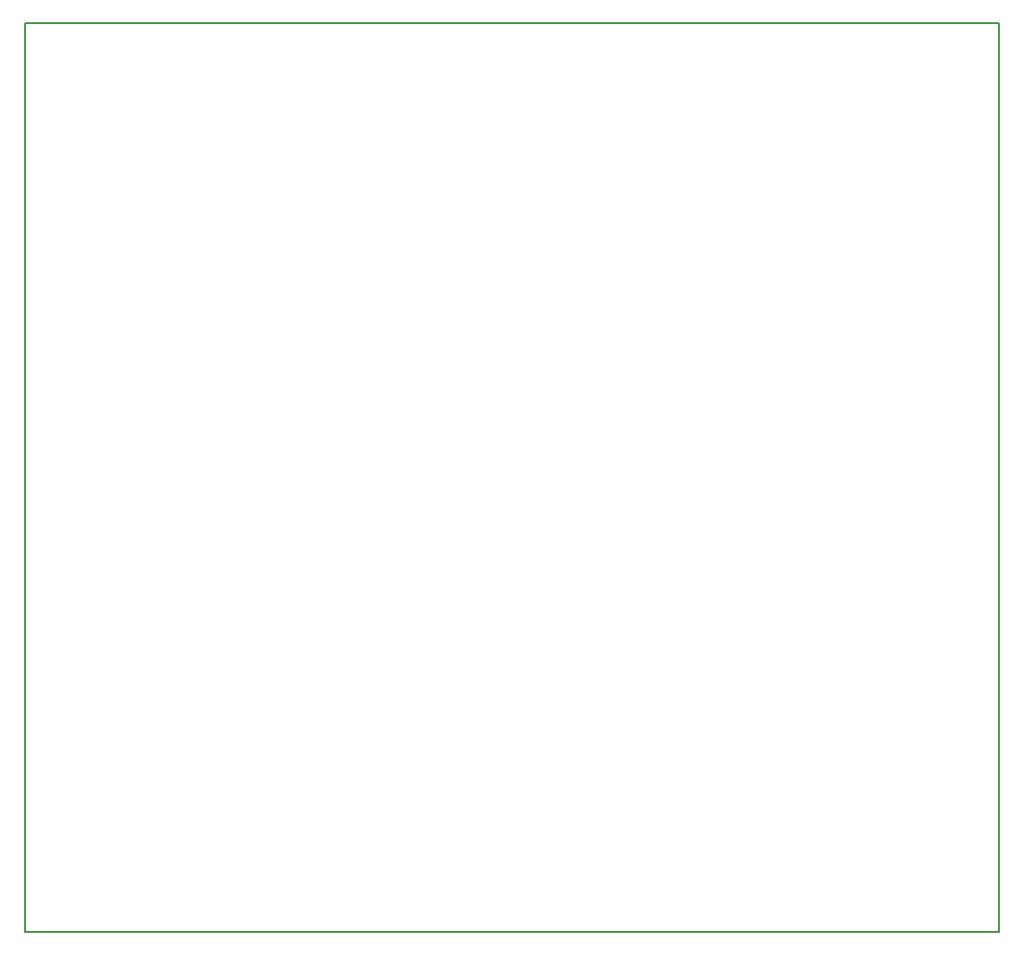
<source format=gm1>
%TF.GenerationSoftware,KiCad,Pcbnew,0.201506262353+5832~23~ubuntu14.04.1-product*%
%TF.CreationDate,2015-07-01T01:08:02-03:00*%
%TF.JobID,BoardRZA1,426F617264525A41312E6B696361645F,rev?*%
%TF.FileFunction,Profile,NP*%
%FSLAX46Y46*%
G04 Gerber Fmt 4.6, Leading zero omitted, Abs format (unit mm)*
G04 Created by KiCad (PCBNEW 0.201506262353+5832~23~ubuntu14.04.1-product) date mié 01 jul 2015 01:08:02 ART*
%MOMM*%
G01*
G04 APERTURE LIST*
%ADD10C,0.100000*%
%ADD11C,0.150000*%
G04 APERTURE END LIST*
D10*
D11*
X34417000Y-97536000D02*
X34417000Y-17653000D01*
X119888000Y-97536000D02*
X34417000Y-97536000D01*
X119888000Y-17653000D02*
X119888000Y-97536000D01*
X34417000Y-17653000D02*
X119888000Y-17653000D01*
M02*

</source>
